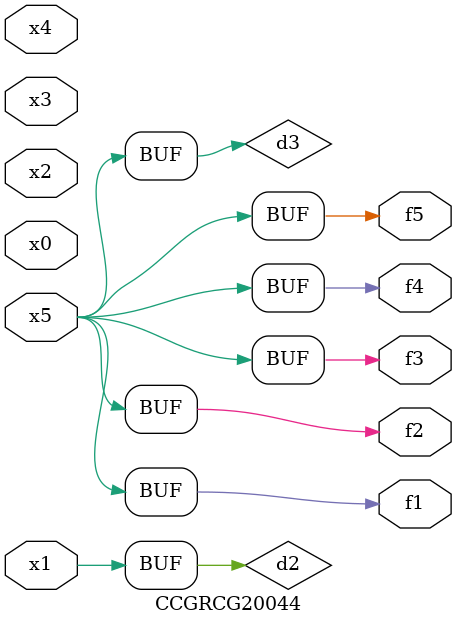
<source format=v>
module CCGRCG20044(
	input x0, x1, x2, x3, x4, x5,
	output f1, f2, f3, f4, f5
);

	wire d1, d2, d3;

	not (d1, x5);
	or (d2, x1);
	xnor (d3, d1);
	assign f1 = d3;
	assign f2 = d3;
	assign f3 = d3;
	assign f4 = d3;
	assign f5 = d3;
endmodule

</source>
